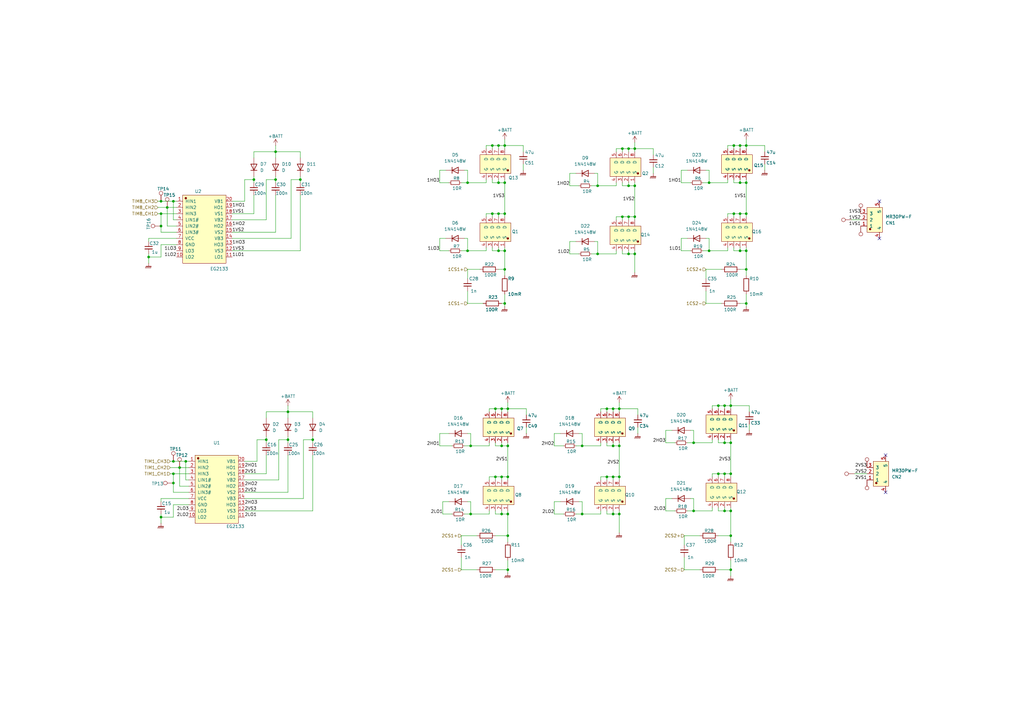
<source format=kicad_sch>
(kicad_sch (version 20231120) (generator "eeschema") (generator_version "8.0")
  (paper "A3")
  (junction (at 208.28 233.68))
  (junction (at 260.35 60.96))
  (junction (at 299.72 219.71))
  (junction (at 254 210.82))
  (junction (at 118.11 180.34))
  (junction (at 294.64 166.37))
  (junction (at 257.81 76.2))
  (junction (at 303.53 59.69))
  (junction (at 290.83 102.87))
  (junction (at 238.76 182.88))
  (junction (at 205.74 167.64))
  (junction (at 205.74 182.88))
  (junction (at 251.46 167.64))
  (junction (at 76.2 189.23))
  (junction (at 306.07 102.87))
  (junction (at 248.92 195.58))
  (junction (at 290.83 74.93))
  (junction (at 71.12 82.55))
  (junction (at 191.77 102.87))
  (junction (at 254 167.64))
  (junction (at 297.18 181.61))
  (junction (at 245.11 76.2))
  (junction (at 297.18 194.31))
  (junction (at 251.46 210.82))
  (junction (at 207.01 87.63))
  (junction (at 257.81 88.9))
  (junction (at 299.72 166.37))
  (junction (at 191.77 74.93))
  (junction (at 299.72 233.68))
  (junction (at 113.03 73.66))
  (junction (at 208.28 195.58))
  (junction (at 204.47 59.69))
  (junction (at 251.46 195.58))
  (junction (at 306.07 110.49))
  (junction (at 306.07 59.69))
  (junction (at 255.27 88.9))
  (junction (at 66.04 92.71))
  (junction (at 201.93 87.63))
  (junction (at 207.01 102.87))
  (junction (at 201.93 59.69))
  (junction (at 284.48 181.61))
  (junction (at 205.74 210.82))
  (junction (at 208.28 167.64))
  (junction (at 260.35 88.9))
  (junction (at 204.47 102.87))
  (junction (at 303.53 102.87))
  (junction (at 300.99 87.63))
  (junction (at 251.46 182.88))
  (junction (at 205.74 195.58))
  (junction (at 203.2 167.64))
  (junction (at 297.18 209.55))
  (junction (at 208.28 219.71))
  (junction (at 204.47 74.93))
  (junction (at 113.03 62.23))
  (junction (at 257.81 104.14))
  (junction (at 71.12 194.31))
  (junction (at 207.01 74.93))
  (junction (at 303.53 74.93))
  (junction (at 260.35 104.14))
  (junction (at 207.01 110.49))
  (junction (at 303.53 87.63))
  (junction (at 71.12 198.12))
  (junction (at 248.92 167.64))
  (junction (at 294.64 194.31))
  (junction (at 118.11 168.91))
  (junction (at 254 182.88))
  (junction (at 204.47 87.63))
  (junction (at 297.18 166.37))
  (junction (at 208.28 210.82))
  (junction (at 260.35 76.2))
  (junction (at 109.22 180.34))
  (junction (at 299.72 194.31))
  (junction (at 300.99 59.69))
  (junction (at 306.07 124.46))
  (junction (at 71.12 189.23))
  (junction (at 73.66 191.77))
  (junction (at 245.11 104.14))
  (junction (at 255.27 60.96))
  (junction (at 123.19 73.66))
  (junction (at 66.04 212.09))
  (junction (at 257.81 60.96))
  (junction (at 299.72 209.55))
  (junction (at 254 195.58))
  (junction (at 193.04 210.82))
  (junction (at 66.04 87.63))
  (junction (at 104.14 73.66))
  (junction (at 193.04 182.88))
  (junction (at 203.2 195.58))
  (junction (at 306.07 87.63))
  (junction (at 284.48 209.55))
  (junction (at 66.04 82.55))
  (junction (at 128.27 180.34))
  (junction (at 68.58 85.09))
  (junction (at 207.01 59.69))
  (junction (at 208.28 182.88))
  (junction (at 207.01 124.46))
  (junction (at 299.72 181.61))
  (junction (at 306.07 74.93))
  (junction (at 60.96 105.41))
  (junction (at 238.76 210.82))
  (no_connect (at 360.68 82.55))
  (no_connect (at 360.68 97.79))
  (no_connect (at 363.22 186.69))
  (no_connect (at 363.22 201.93))
  (wire (pts (xy 280.67 233.68) (xy 280.67 228.6)))
  (wire (pts (xy 233.68 76.2) (xy 237.49 76.2)))
  (wire (pts (xy 203.2 167.64) (xy 205.74 167.64)))
  (wire (pts (xy 251.46 195.58) (xy 251.46 196.85)))
  (wire (pts (xy 298.45 101.6) (xy 298.45 102.87)))
  (wire (pts (xy 203.2 210.82) (xy 205.74 210.82)))
  (wire (pts (xy 306.07 74.93) (xy 303.53 74.93)))
  (wire (pts (xy 254 210.82) (xy 254 209.55)))
  (wire (pts (xy 109.22 179.07) (xy 109.22 180.34)))
  (wire (pts (xy 207.01 87.63) (xy 207.01 88.9)))
  (wire (pts (xy 201.93 59.69) (xy 201.93 60.96)))
  (wire (pts (xy 252.73 62.23) (xy 252.73 60.96)))
  (wire (pts (xy 105.41 189.23) (xy 100.33 189.23)))
  (wire (pts (xy 191.77 102.87) (xy 199.39 102.87)))
  (wire (pts (xy 299.72 166.37) (xy 299.72 167.64)))
  (wire (pts (xy 104.14 72.39) (xy 104.14 73.66)))
  (wire (pts (xy 205.74 167.64) (xy 208.28 167.64)))
  (wire (pts (xy 292.1 180.34) (xy 292.1 181.61)))
  (wire (pts (xy 191.77 74.93) (xy 199.39 74.93)))
  (wire (pts (xy 237.49 205.74) (xy 238.76 205.74)))
  (wire (pts (xy 200.66 196.85) (xy 200.66 195.58)))
  (wire (pts (xy 72.39 95.25) (xy 66.04 95.25)))
  (wire (pts (xy 300.99 73.66) (xy 300.99 74.93)))
  (wire (pts (xy 123.19 64.77) (xy 123.19 62.23)))
  (wire (pts (xy 297.18 166.37) (xy 297.18 167.64)))
  (wire (pts (xy 180.34 102.87) (xy 184.15 102.87)))
  (wire (pts (xy 289.56 97.79) (xy 290.83 97.79)))
  (wire (pts (xy 208.28 182.88) (xy 208.28 195.58)))
  (wire (pts (xy 114.3 180.34) (xy 114.3 196.85)))
  (wire (pts (xy 255.27 60.96) (xy 255.27 62.23)))
  (wire (pts (xy 246.38 209.55) (xy 246.38 210.82)))
  (wire (pts (xy 246.38 168.91) (xy 246.38 167.64)))
  (wire (pts (xy 254 165.1) (xy 254 167.64)))
  (wire (pts (xy 300.99 102.87) (xy 303.53 102.87)))
  (wire (pts (xy 184.15 177.8) (xy 180.34 177.8)))
  (wire (pts (xy 128.27 171.45) (xy 128.27 168.91)))
  (wire (pts (xy 287.02 219.71) (xy 280.67 219.71)))
  (wire (pts (xy 246.38 167.64) (xy 248.92 167.64)))
  (wire (pts (xy 236.22 210.82) (xy 238.76 210.82)))
  (wire (pts (xy 201.93 73.66) (xy 201.93 74.93)))
  (wire (pts (xy 257.81 60.96) (xy 260.35 60.96)))
  (wire (pts (xy 204.47 102.87) (xy 207.01 102.87)))
  (wire (pts (xy 208.28 167.64) (xy 208.28 168.91)))
  (wire (pts (xy 261.62 175.26) (xy 261.62 177.8)))
  (wire (pts (xy 199.39 59.69) (xy 201.93 59.69)))
  (wire (pts (xy 191.77 69.85) (xy 191.77 74.93)))
  (wire (pts (xy 297.18 194.31) (xy 299.72 194.31)))
  (wire (pts (xy 294.64 219.71) (xy 299.72 219.71)))
  (wire (pts (xy 77.47 201.93) (xy 71.12 201.93)))
  (wire (pts (xy 261.62 170.18) (xy 261.62 167.64)))
  (wire (pts (xy 118.11 168.91) (xy 109.22 168.91)))
  (wire (pts (xy 254 210.82) (xy 254 218.44)))
  (wire (pts (xy 208.28 181.61) (xy 208.28 182.88)))
  (wire (pts (xy 60.96 97.79) (xy 60.96 99.06)))
  (wire (pts (xy 208.28 219.71) (xy 208.28 222.25)))
  (wire (pts (xy 248.92 210.82) (xy 251.46 210.82)))
  (wire (pts (xy 66.04 82.55) (xy 71.12 82.55)))
  (wire (pts (xy 207.01 74.93) (xy 207.01 87.63)))
  (wire (pts (xy 201.93 102.87) (xy 204.47 102.87)))
  (wire (pts (xy 246.38 181.61) (xy 246.38 182.88)))
  (wire (pts (xy 294.64 180.34) (xy 294.64 181.61)))
  (wire (pts (xy 238.76 177.8) (xy 238.76 182.88)))
  (wire (pts (xy 123.19 62.23) (xy 113.03 62.23)))
  (wire (pts (xy 118.11 168.91) (xy 118.11 171.45)))
  (wire (pts (xy 66.04 100.33) (xy 66.04 105.41)))
  (wire (pts (xy 208.28 167.64) (xy 215.9 167.64)))
  (wire (pts (xy 72.39 90.17) (xy 71.12 90.17)))
  (wire (pts (xy 66.04 204.47) (xy 66.04 205.74)))
  (wire (pts (xy 104.14 87.63) (xy 95.25 87.63)))
  (wire (pts (xy 251.46 209.55) (xy 251.46 210.82)))
  (wire (pts (xy 242.57 76.2) (xy 245.11 76.2)))
  (wire (pts (xy 69.85 191.77) (xy 73.66 191.77)))
  (wire (pts (xy 280.67 219.71) (xy 280.67 223.52)))
  (wire (pts (xy 281.94 69.85) (xy 279.4 69.85)))
  (wire (pts (xy 68.58 92.71) (xy 68.58 85.09)))
  (wire (pts (xy 66.04 212.09) (xy 66.04 214.63)))
  (wire (pts (xy 113.03 73.66) (xy 109.22 73.66)))
  (wire (pts (xy 113.03 62.23) (xy 104.14 62.23)))
  (wire (pts (xy 104.14 62.23) (xy 104.14 64.77)))
  (wire (pts (xy 204.47 87.63) (xy 207.01 87.63)))
  (wire (pts (xy 66.04 87.63) (xy 72.39 87.63)))
  (wire (pts (xy 300.99 59.69) (xy 300.99 60.96)))
  (wire (pts (xy 251.46 167.64) (xy 251.46 168.91)))
  (wire (pts (xy 257.81 88.9) (xy 257.81 90.17)))
  (wire (pts (xy 119.38 73.66) (xy 119.38 97.79)))
  (wire (pts (xy 207.01 124.46) (xy 207.01 125.73)))
  (wire (pts (xy 306.07 59.69) (xy 313.69 59.69)))
  (wire (pts (xy 284.48 176.53) (xy 284.48 181.61)))
  (wire (pts (xy 207.01 74.93) (xy 204.47 74.93)))
  (wire (pts (xy 181.61 210.82) (xy 185.42 210.82)))
  (wire (pts (xy 71.12 212.09) (xy 66.04 212.09)))
  (wire (pts (xy 113.03 72.39) (xy 113.03 73.66)))
  (wire (pts (xy 233.68 104.14) (xy 237.49 104.14)))
  (wire (pts (xy 64.77 85.09) (xy 68.58 85.09)))
  (wire (pts (xy 292.1 208.28) (xy 292.1 209.55)))
  (wire (pts (xy 295.91 124.46) (xy 289.56 124.46)))
  (wire (pts (xy 199.39 73.66) (xy 199.39 74.93)))
  (wire (pts (xy 289.56 69.85) (xy 290.83 69.85)))
  (wire (pts (xy 76.2 189.23) (xy 77.47 189.23)))
  (wire (pts (xy 191.77 110.49) (xy 191.77 114.3)))
  (wire (pts (xy 303.53 124.46) (xy 306.07 124.46)))
  (wire (pts (xy 233.68 71.12) (xy 233.68 76.2)))
  (wire (pts (xy 180.34 97.79) (xy 180.34 102.87)))
  (wire (pts (xy 100.33 82.55) (xy 95.25 82.55)))
  (wire (pts (xy 207.01 102.87) (xy 207.01 110.49)))
  (wire (pts (xy 306.07 124.46) (xy 306.07 125.73)))
  (wire (pts (xy 189.23 233.68) (xy 189.23 228.6)))
  (wire (pts (xy 299.72 194.31) (xy 299.72 195.58)))
  (wire (pts (xy 299.72 229.87) (xy 299.72 233.68)))
  (wire (pts (xy 281.94 97.79) (xy 279.4 97.79)))
  (wire (pts (xy 298.45 59.69) (xy 300.99 59.69)))
  (wire (pts (xy 245.11 99.06) (xy 245.11 104.14)))
  (wire (pts (xy 77.47 196.85) (xy 76.2 196.85)))
  (wire (pts (xy 283.21 204.47) (xy 284.48 204.47)))
  (wire (pts (xy 294.64 181.61) (xy 297.18 181.61)))
  (wire (pts (xy 303.53 87.63) (xy 306.07 87.63)))
  (wire (pts (xy 246.38 196.85) (xy 246.38 195.58)))
  (wire (pts (xy 201.93 101.6) (xy 201.93 102.87)))
  (wire (pts (xy 303.53 87.63) (xy 303.53 88.9)))
  (wire (pts (xy 290.83 69.85) (xy 290.83 74.93)))
  (wire (pts (xy 105.41 180.34) (xy 105.41 189.23)))
  (wire (pts (xy 284.48 209.55) (xy 292.1 209.55)))
  (wire (pts (xy 203.2 167.64) (xy 203.2 168.91)))
  (wire (pts (xy 300.99 87.63) (xy 300.99 88.9)))
  (wire (pts (xy 299.72 219.71) (xy 299.72 222.25)))
  (wire (pts (xy 66.04 92.71) (xy 66.04 87.63)))
  (wire (pts (xy 69.85 194.31) (xy 71.12 194.31)))
  (wire (pts (xy 208.28 165.1) (xy 208.28 167.64)))
  (wire (pts (xy 207.01 59.69) (xy 214.63 59.69)))
  (wire (pts (xy 181.61 205.74) (xy 181.61 210.82)))
  (wire (pts (xy 297.18 194.31) (xy 297.18 195.58)))
  (wire (pts (xy 203.2 195.58) (xy 203.2 196.85)))
  (wire (pts (xy 71.12 194.31) (xy 77.47 194.31)))
  (wire (pts (xy 306.07 59.69) (xy 306.07 60.96)))
  (wire (pts (xy 283.21 176.53) (xy 284.48 176.53)))
  (wire (pts (xy 281.94 181.61) (xy 284.48 181.61)))
  (wire (pts (xy 204.47 74.93) (xy 204.47 73.66)))
  (wire (pts (xy 189.23 102.87) (xy 191.77 102.87)))
  (wire (pts (xy 118.11 179.07) (xy 118.11 180.34)))
  (wire (pts (xy 123.19 80.01) (xy 123.19 102.87)))
  (wire (pts (xy 260.35 104.14) (xy 260.35 102.87)))
  (wire (pts (xy 248.92 195.58) (xy 248.92 196.85)))
  (wire (pts (xy 300.99 101.6) (xy 300.99 102.87)))
  (wire (pts (xy 208.28 195.58) (xy 208.28 196.85)))
  (wire (pts (xy 238.76 205.74) (xy 238.76 210.82)))
  (wire (pts (xy 251.46 195.58) (xy 254 195.58)))
  (wire (pts (xy 204.47 110.49) (xy 207.01 110.49)))
  (wire (pts (xy 299.72 180.34) (xy 299.72 181.61)))
  (wire (pts (xy 195.58 219.71) (xy 189.23 219.71)))
  (wire (pts (xy 306.07 102.87) (xy 306.07 110.49)))
  (wire (pts (xy 254 195.58) (xy 254 196.85)))
  (wire (pts (xy 252.73 90.17) (xy 252.73 88.9)))
  (wire (pts (xy 199.39 60.96) (xy 199.39 59.69)))
  (wire (pts (xy 128.27 209.55) (xy 100.33 209.55)))
  (wire (pts (xy 306.07 74.93) (xy 306.07 87.63)))
  (wire (pts (xy 201.93 87.63) (xy 201.93 88.9)))
  (wire (pts (xy 109.22 186.69) (xy 109.22 194.31)))
  (wire (pts (xy 193.04 210.82) (xy 200.66 210.82)))
  (wire (pts (xy 104.14 73.66) (xy 100.33 73.66)))
  (wire (pts (xy 201.93 74.93) (xy 204.47 74.93)))
  (wire (pts (xy 204.47 101.6) (xy 204.47 102.87)))
  (wire (pts (xy 281.94 209.55) (xy 284.48 209.55)))
  (wire (pts (xy 298.45 73.66) (xy 298.45 74.93)))
  (wire (pts (xy 273.05 209.55) (xy 276.86 209.55)))
  (wire (pts (xy 273.05 176.53) (xy 273.05 181.61)))
  (wire (pts (xy 190.5 97.79) (xy 191.77 97.79)))
  (wire (pts (xy 257.81 88.9) (xy 260.35 88.9)))
  (wire (pts (xy 113.03 62.23) (xy 113.03 64.77)))
  (wire (pts (xy 233.68 99.06) (xy 233.68 104.14)))
  (wire (pts (xy 290.83 74.93) (xy 298.45 74.93)))
  (wire (pts (xy 203.2 182.88) (xy 205.74 182.88)))
  (wire (pts (xy 298.45 88.9) (xy 298.45 87.63)))
  (wire (pts (xy 77.47 199.39) (xy 73.66 199.39)))
  (wire (pts (xy 257.81 102.87) (xy 257.81 104.14)))
  (wire (pts (xy 279.4 102.87) (xy 283.21 102.87)))
  (wire (pts (xy 72.39 92.71) (xy 68.58 92.71)))
  (wire (pts (xy 294.64 166.37) (xy 294.64 167.64)))
  (wire (pts (xy 113.03 80.01) (xy 113.03 95.25)))
  (wire (pts (xy 208.28 210.82) (xy 208.28 219.71)))
  (wire (pts (xy 255.27 88.9) (xy 255.27 90.17)))
  (wire (pts (xy 207.01 73.66) (xy 207.01 74.93)))
  (wire (pts (xy 113.03 59.69) (xy 113.03 62.23)))
  (wire (pts (xy 288.29 74.93) (xy 290.83 74.93)))
  (wire (pts (xy 260.35 88.9) (xy 260.35 90.17)))
  (wire (pts (xy 190.5 182.88) (xy 193.04 182.88)))
  (wire (pts (xy 298.45 60.96) (xy 298.45 59.69)))
  (wire (pts (xy 260.35 104.14) (xy 260.35 111.76)))
  (wire (pts (xy 254 182.88) (xy 251.46 182.88)))
  (wire (pts (xy 205.74 195.58) (xy 205.74 196.85)))
  (wire (pts (xy 203.2 181.61) (xy 203.2 182.88)))
  (wire (pts (xy 180.34 182.88) (xy 185.42 182.88)))
  (wire (pts (xy 71.12 82.55) (xy 72.39 82.55)))
  (wire (pts (xy 313.69 62.23) (xy 313.69 59.69)))
  (wire (pts (xy 66.04 105.41) (xy 60.96 105.41)))
  (wire (pts (xy 72.39 97.79) (xy 60.96 97.79)))
  (wire (pts (xy 299.72 181.61) (xy 299.72 194.31)))
  (wire (pts (xy 299.72 209.55) (xy 299.72 208.28)))
  (wire (pts (xy 180.34 177.8) (xy 180.34 182.88)))
  (wire (pts (xy 299.72 233.68) (xy 299.72 236.22)))
  (wire (pts (xy 299.72 181.61) (xy 297.18 181.61)))
  (wire (pts (xy 300.99 59.69) (xy 303.53 59.69)))
  (wire (pts (xy 193.04 182.88) (xy 200.66 182.88)))
  (wire (pts (xy 306.07 73.66) (xy 306.07 74.93)))
  (wire (pts (xy 284.48 181.61) (xy 292.1 181.61)))
  (wire (pts (xy 199.39 101.6) (xy 199.39 102.87)))
  (wire (pts (xy 254 181.61) (xy 254 182.88)))
  (wire (pts (xy 248.92 209.55) (xy 248.92 210.82)))
  (wire (pts (xy 243.84 71.12) (xy 245.11 71.12)))
  (wire (pts (xy 68.58 85.09) (xy 72.39 85.09)))
  (wire (pts (xy 245.11 104.14) (xy 252.73 104.14)))
  (wire (pts (xy 60.96 104.14) (xy 60.96 105.41)))
  (wire (pts (xy 191.77 205.74) (xy 193.04 205.74)))
  (wire (pts (xy 255.27 104.14) (xy 257.81 104.14)))
  (wire (pts (xy 71.12 90.17) (xy 71.12 82.55)))
  (wire (pts (xy 191.77 177.8) (xy 193.04 177.8)))
  (wire (pts (xy 190.5 69.85) (xy 191.77 69.85)))
  (wire (pts (xy 227.33 205.74) (xy 227.33 210.82)))
  (wire (pts (xy 299.72 209.55) (xy 299.72 219.71)))
  (wire (pts (xy 260.35 58.42) (xy 260.35 60.96)))
  (wire (pts (xy 196.85 110.49) (xy 191.77 110.49)))
  (wire (pts (xy 204.47 87.63) (xy 204.47 88.9)))
  (wire (pts (xy 104.14 73.66) (xy 104.14 74.93)))
  (wire (pts (xy 299.72 166.37) (xy 307.34 166.37)))
  (wire (pts (xy 257.81 76.2) (xy 257.81 74.93)))
  (wire (pts (xy 118.11 186.69) (xy 118.11 201.93)))
  (wire (pts (xy 303.53 102.87) (xy 306.07 102.87)))
  (wire (pts (xy 204.47 59.69) (xy 204.47 60.96)))
  (wire (pts (xy 306.07 57.15) (xy 306.07 59.69)))
  (wire (pts (xy 109.22 180.34) (xy 109.22 181.61)))
  (wire (pts (xy 128.27 168.91) (xy 118.11 168.91)))
  (wire (pts (xy 205.74 124.46) (xy 207.01 124.46)))
  (wire (pts (xy 294.64 233.68) (xy 299.72 233.68)))
  (wire (pts (xy 193.04 177.8) (xy 193.04 182.88)))
  (wire (pts (xy 195.58 233.68) (xy 189.23 233.68)))
  (wire (pts (xy 255.27 74.93) (xy 255.27 76.2)))
  (wire (pts (xy 289.56 124.46) (xy 289.56 119.38)))
  (wire (pts (xy 255.27 60.96) (xy 257.81 60.96)))
  (wire (pts (xy 205.74 209.55) (xy 205.74 210.82)))
  (wire (pts (xy 199.39 87.63) (xy 201.93 87.63)))
  (wire (pts (xy 290.83 102.87) (xy 298.45 102.87)))
  (wire (pts (xy 203.2 233.68) (xy 208.28 233.68)))
  (wire (pts (xy 260.35 76.2) (xy 257.81 76.2)))
  (wire (pts (xy 248.92 182.88) (xy 251.46 182.88)))
  (wire (pts (xy 208.28 182.88) (xy 205.74 182.88)))
  (wire (pts (xy 205.74 167.64) (xy 205.74 168.91)))
  (wire (pts (xy 246.38 195.58) (xy 248.92 195.58)))
  (wire (pts (xy 255.27 102.87) (xy 255.27 104.14)))
  (wire (pts (xy 182.88 97.79) (xy 180.34 97.79)))
  (wire (pts (xy 73.66 199.39) (xy 73.66 191.77)))
  (wire (pts (xy 200.66 181.61) (xy 200.66 182.88)))
  (wire (pts (xy 307.34 168.91) (xy 307.34 166.37)))
  (wire (pts (xy 190.5 210.82) (xy 193.04 210.82)))
  (wire (pts (xy 273.05 204.47) (xy 273.05 209.55)))
  (wire (pts (xy 60.96 105.41) (xy 60.96 107.95)))
  (wire (pts (xy 303.53 59.69) (xy 303.53 60.96)))
  (wire (pts (xy 109.22 194.31) (xy 100.33 194.31)))
  (wire (pts (xy 123.19 73.66) (xy 119.38 73.66)))
  (wire (pts (xy 306.07 87.63) (xy 306.07 88.9)))
  (wire (pts (xy 207.01 102.87) (xy 207.01 101.6)))
  (wire (pts (xy 95.25 97.79) (xy 119.38 97.79)))
  (wire (pts (xy 201.93 59.69) (xy 204.47 59.69)))
  (wire (pts (xy 294.64 194.31) (xy 294.64 195.58)))
  (wire (pts (xy 205.74 182.88) (xy 205.74 181.61)))
  (wire (pts (xy 306.07 102.87) (xy 306.07 101.6)))
  (wire (pts (xy 227.33 210.82) (xy 231.14 210.82)))
  (wire (pts (xy 109.22 180.34) (xy 105.41 180.34)))
  (wire (pts (xy 279.4 69.85) (xy 279.4 74.93)))
  (wire (pts (xy 297.18 208.28) (xy 297.18 209.55)))
  (wire (pts (xy 248.92 181.61) (xy 248.92 182.88)))
  (wire (pts (xy 118.11 180.34) (xy 114.3 180.34)))
  (wire (pts (xy 245.11 71.12) (xy 245.11 76.2)))
  (wire (pts (xy 207.01 120.65) (xy 207.01 124.46)))
  (wire (pts (xy 128.27 180.34) (xy 128.27 181.61)))
  (wire (pts (xy 214.63 62.23) (xy 214.63 59.69)))
  (wire (pts (xy 229.87 205.74) (xy 227.33 205.74)))
  (wire (pts (xy 260.35 74.93) (xy 260.35 76.2)))
  (wire (pts (xy 71.12 189.23) (xy 76.2 189.23)))
  (wire (pts (xy 203.2 195.58) (xy 205.74 195.58)))
  (wire (pts (xy 199.39 88.9) (xy 199.39 87.63)))
  (wire (pts (xy 252.73 102.87) (xy 252.73 104.14)))
  (wire (pts (xy 100.33 204.47) (xy 124.46 204.47)))
  (wire (pts (xy 287.02 233.68) (xy 280.67 233.68)))
  (wire (pts (xy 64.77 87.63) (xy 66.04 87.63)))
  (wire (pts (xy 236.22 71.12) (xy 233.68 71.12)))
  (wire (pts (xy 76.2 196.85) (xy 76.2 189.23)))
  (wire (pts (xy 208.28 233.68) (xy 208.28 234.95)))
  (wire (pts (xy 267.97 63.5) (xy 267.97 60.96)))
  (wire (pts (xy 292.1 195.58) (xy 292.1 194.31)))
  (wire (pts (xy 254 167.64) (xy 254 168.91)))
  (wire (pts (xy 214.63 67.31) (xy 214.63 69.85)))
  (wire (pts (xy 198.12 124.46) (xy 191.77 124.46)))
  (wire (pts (xy 349.25 90.17) (xy 353.06 90.17)))
  (wire (pts (xy 204.47 59.69) (xy 207.01 59.69)))
  (wire (pts (xy 215.9 175.26) (xy 215.9 177.8)))
  (wire (pts (xy 237.49 177.8) (xy 238.76 177.8)))
  (wire (pts (xy 109.22 73.66) (xy 109.22 90.17)))
  (wire (pts (xy 227.33 182.88) (xy 231.14 182.88)))
  (wire (pts (xy 109.22 168.91) (xy 109.22 171.45)))
  (wire (pts (xy 254 167.64) (xy 261.62 167.64)))
  (wire (pts (xy 238.76 210.82) (xy 246.38 210.82)))
  (wire (pts (xy 227.33 177.8) (xy 227.33 182.88)))
  (wire (pts (xy 207.01 110.49) (xy 207.01 113.03)))
  (wire (pts (xy 104.14 80.01) (xy 104.14 87.63)))
  (wire (pts (xy 251.46 167.64) (xy 254 167.64)))
  (wire (pts (xy 292.1 194.31) (xy 294.64 194.31)))
  (wire (pts (xy 203.2 209.55) (xy 203.2 210.82)))
  (wire (pts (xy 245.11 76.2) (xy 252.73 76.2)))
  (wire (pts (xy 257.81 104.14) (xy 260.35 104.14)))
  (wire (pts (xy 254 182.88) (xy 254 195.58)))
  (wire (pts (xy 236.22 182.88) (xy 238.76 182.88)))
  (wire (pts (xy 295.91 110.49) (xy 289.56 110.49)))
  (wire (pts (xy 208.28 210.82) (xy 208.28 209.55)))
  (wire (pts (xy 260.35 76.2) (xy 260.35 88.9)))
  (wire (pts (xy 306.07 110.49) (xy 306.07 113.03)))
  (wire (pts (xy 307.34 173.99) (xy 307.34 176.53)))
  (wire (pts (xy 66.04 95.25) (xy 66.04 92.71)))
  (wire (pts (xy 207.01 59.69) (xy 207.01 60.96)))
  (wire (pts (xy 294.64 208.28) (xy 294.64 209.55)))
  (wire (pts (xy 180.34 69.85) (xy 180.34 74.93)))
  (wire (pts (xy 66.04 210.82) (xy 66.04 212.09)))
  (wire (pts (xy 182.88 69.85) (xy 180.34 69.85)))
  (wire (pts (xy 113.03 73.66) (xy 113.03 74.93)))
  (wire (pts (xy 248.92 167.64) (xy 248.92 168.91)))
  (wire (pts (xy 128.27 180.34) (xy 124.46 180.34)))
  (wire (pts (xy 118.11 166.37) (xy 118.11 168.91)))
  (wire (pts (xy 350.52 194.31) (xy 355.6 194.31)))
  (wire (pts (xy 260.35 60.96) (xy 260.35 62.23)))
  (wire (pts (xy 248.92 195.58) (xy 251.46 195.58)))
  (wire (pts (xy 289.56 110.49) (xy 289.56 114.3)))
  (wire (pts (xy 297.18 166.37) (xy 299.72 166.37)))
  (wire (pts (xy 113.03 95.25) (xy 95.25 95.25)))
  (wire (pts (xy 180.34 74.93) (xy 184.15 74.93)))
  (wire (pts (xy 200.66 195.58) (xy 203.2 195.58)))
  (wire (pts (xy 267.97 68.58) (xy 267.97 71.12)))
  (wire (pts (xy 191.77 97.79) (xy 191.77 102.87)))
  (wire (pts (xy 297.18 209.55) (xy 299.72 209.55)))
  (wire (pts (xy 184.15 205.74) (xy 181.61 205.74)))
  (wire (pts (xy 290.83 97.79) (xy 290.83 102.87)))
  (wire (pts (xy 279.4 97.79) (xy 279.4 102.87)))
  (wire (pts (xy 208.28 229.87) (xy 208.28 233.68)))
  (wire (pts (xy 255.27 88.9) (xy 257.81 88.9)))
  (wire (pts (xy 205.74 210.82) (xy 208.28 210.82)))
  (wire (pts (xy 200.66 168.91) (xy 200.66 167.64)))
  (wire (pts (xy 292.1 166.37) (xy 294.64 166.37)))
  (wire (pts (xy 303.53 74.93) (xy 303.53 73.66)))
  (wire (pts (xy 303.53 101.6) (xy 303.53 102.87)))
  (wire (pts (xy 72.39 100.33) (xy 66.04 100.33)))
  (wire (pts (xy 77.47 207.01) (xy 71.12 207.01)))
  (wire (pts (xy 189.23 219.71) (xy 189.23 223.52)))
  (wire (pts (xy 275.59 176.53) (xy 273.05 176.53)))
  (wire (pts (xy 288.29 102.87) (xy 290.83 102.87)))
  (wire (pts (xy 109.22 90.17) (xy 95.25 90.17)))
  (wire (pts (xy 294.64 194.31) (xy 297.18 194.31)))
  (wire (pts (xy 303.53 110.49) (xy 306.07 110.49)))
  (wire (pts (xy 71.12 207.01) (xy 71.12 212.09)))
  (wire (pts (xy 215.9 170.18) (xy 215.9 167.64)))
  (wire (pts (xy 124.46 180.34) (xy 124.46 204.47)))
  (wire (pts (xy 313.69 67.31) (xy 313.69 69.85)))
  (wire (pts (xy 118.11 201.93) (xy 100.33 201.93)))
  (wire (pts (xy 252.73 74.93) (xy 252.73 76.2)))
  (wire (pts (xy 251.46 210.82) (xy 254 210.82)))
  (wire (pts (xy 243.84 99.06) (xy 245.11 99.06)))
  (wire (pts (xy 292.1 167.64) (xy 292.1 166.37)))
  (wire (pts (xy 118.11 180.34) (xy 118.11 181.61)))
  (wire (pts (xy 299.72 163.83) (xy 299.72 166.37)))
  (wire (pts (xy 73.66 191.77) (xy 77.47 191.77)))
  (wire (pts (xy 257.81 60.96) (xy 257.81 62.23)))
  (wire (pts (xy 123.19 73.66) (xy 123.19 74.93)))
  (wire (pts (xy 201.93 87.63) (xy 204.47 87.63)))
  (wire (pts (xy 303.53 59.69) (xy 306.07 59.69)))
  (wire (pts (xy 306.07 120.65) (xy 306.07 124.46)))
  (wire (pts (xy 300.99 74.93) (xy 303.53 74.93)))
  (wire (pts (xy 114.3 196.85) (xy 100.33 196.85)))
  (wire (pts (xy 238.76 182.88) (xy 246.38 182.88)))
  (wire (pts (xy 193.04 205.74) (xy 193.04 210.82)))
  (wire (pts (xy 200.66 167.64) (xy 203.2 167.64)))
  (wire (pts (xy 294.64 166.37) (xy 297.18 166.37)))
  (wire (pts (xy 128.27 186.69) (xy 128.27 209.55)))
  (wire (pts (xy 71.12 201.93) (xy 71.12 198.12)))
  (wire (pts (xy 236.22 99.06) (xy 233.68 99.06)))
  (wire (pts (xy 300.99 87.63) (xy 303.53 87.63)))
  (wire (pts (xy 284.48 204.47) (xy 284.48 209.55)))
  (wire (pts (xy 203.2 219.71) (xy 208.28 219.71)))
  (wire (pts (xy 298.45 87.63) (xy 300.99 87.63)))
  (wire (pts (xy 273.05 181.61) (xy 276.86 181.61)))
  (wire (pts (xy 123.19 72.39) (xy 123.19 73.66)))
  (wire (pts (xy 100.33 73.66) (xy 100.33 82.55)))
  (wire (pts (xy 207.01 57.15) (xy 207.01 59.69)))
  (wire (pts (xy 252.73 60.96) (xy 255.27 60.96)))
  (wire (pts (xy 275.59 204.47) (xy 273.05 204.47)))
  (wire (pts (xy 205.74 195.58) (xy 208.28 195.58)))
  (wire (pts (xy 255.27 76.2) (xy 257.81 76.2)))
  (wire (pts (xy 69.85 189.23) (xy 71.12 189.23)))
  (wire (pts (xy 297.18 181.61) (xy 297.18 180.34)))
  (wire (pts (xy 294.64 209.55) (xy 297.18 209.55)))
  (wire (pts (xy 71.12 198.12) (xy 71.12 194.31)))
  (wire (pts (xy 77.47 204.47) (xy 66.04 204.47)))
  (wire (pts (xy 242.57 104.14) (xy 245.11 104.14)))
  (wire (pts (xy 251.46 182.88) (xy 251.46 181.61)))
  (wire (pts (xy 64.77 82.55) (xy 66.04 82.55)))
  (wire (pts (xy 260.35 60.96) (xy 267.97 60.96)))
  (wire (pts (xy 128.27 179.07) (xy 128.27 180.34)))
  (wire (pts (xy 279.4 74.93) (xy 283.21 74.93)))
  (wire (pts (xy 252.73 88.9) (xy 255.27 88.9)))
  (wire (pts (xy 123.19 102.87) (xy 95.25 102.87)))
  (wire (pts (xy 200.66 209.55) (xy 200.66 210.82)))
  (wire (pts (xy 248.92 167.64) (xy 251.46 167.64)))
  (wire (pts (xy 189.23 74.93) (xy 191.77 74.93)))
  (wire (pts (xy 191.77 124.46) (xy 191.77 119.38)))
  (wire (pts (xy 229.87 177.8) (xy 227.33 177.8)))
  (label "2VS1" (at 100.33 194.31 0))
  (label "1HO2" (at 233.68 76.2 180))
  (label "2VS1" (at 208.28 189.23 180))
  (label "2LO2" (at 77.47 212.09 180))
  (label "2LO3" (at 273.05 209.55 180))
  (label "1VS1" (at 95.25 87.63 0))
  (label "2VS2" (at 254 190.5 180))
  (label "1VS1" (at 353.06 92.71 180))
  (label "2VS3" (at 100.33 209.55 0))
  (label "1HO1" (at 95.25 85.09 0))
  (label "1HO1" (at 279.4 74.93 180))
  (label "1VS3" (at 353.06 87.63 180))
  (label "1LO1" (at 279.4 102.87 180))
  (label "2HO2" (at 227.33 182.88 180))
  (label "1HO3" (at 180.34 74.93 180))
  (label "2HO1" (at 100.33 191.77 0))
  (label "2LO2" (at 227.33 210.82 180))
  (label "2LO1" (at 100.33 212.09 0))
  (label "1VS3" (at 95.25 102.87 0))
  (label "1LO1" (at 95.25 105.41 0))
  (label "1LO2" (at 72.39 105.41 180))
  (label "2LO3" (at 77.47 209.55 180))
  (label "1VS2" (at 95.25 95.25 0))
  (label "1HO2" (at 95.25 92.71 0))
  (label "2HO3" (at 100.33 207.01 0))
  (label "1LO3" (at 180.34 102.87 180))
  (label "1VS1" (at 306.07 81.28 180))
  (label "1VS2" (at 353.06 90.17 180))
  (label "1LO2" (at 233.68 104.14 180))
  (label "2VS3" (at 355.6 191.77 180))
  (label "1VS2" (at 260.35 82.55 180))
  (label "2LO1" (at 181.61 210.82 180))
  (label "2VS2" (at 100.33 201.93 0))
  (label "2HO2" (at 100.33 199.39 0))
  (label "2VS2" (at 355.6 194.31 180))
  (label "2VS3" (at 299.72 189.23 180))
  (label "2HO3" (at 273.05 181.61 180))
  (label "2VS1" (at 355.6 196.85 180))
  (label "2HO1" (at 180.34 182.88 180))
  (label "1VS3" (at 207.01 81.28 180))
  (label "1HO3" (at 95.25 100.33 0))
  (label "1LO3" (at 72.39 102.87 180))
  (hierarchical_label "TIM8_CH3" (shape input) (at 64.77 82.55 180))
  (hierarchical_label "2CS1+" (shape input) (at 189.23 219.71 180))
  (hierarchical_label "2CS2-" (shape input) (at 280.67 233.68 180))
  (hierarchical_label "1CS1+" (shape input) (at 191.77 110.49 180))
  (hierarchical_label "TIM1_CH2" (shape input) (at 69.85 191.77 180))
  (hierarchical_label "2CS1-" (shape input) (at 189.23 233.68 180))
  (hierarchical_label "TIM8_CH2" (shape input) (at 64.77 85.09 180))
  (hierarchical_label "1CS2-" (shape input) (at 289.56 124.46 180))
  (hierarchical_label "1CS1-" (shape input) (at 191.77 124.46 180))
  (hierarchical_label "2CS2+" (shape input) (at 280.67 219.71 180))
  (hierarchical_label "TIM1_CH1" (shape input) (at 69.85 194.31 180))
  (hierarchical_label "TIM1_CH3" (shape input) (at 69.85 189.23 180))
  (hierarchical_label "TIM8_CH1" (shape input) (at 64.77 87.63 180))
  (hierarchical_label "1CS2+" (shape input) (at 289.56 110.49 180))
  (symbol (lib_id "Device:C_Small") (at 214.63 64.77 0) (mirror x) (unit 1)
    (property "Reference" "C51" (at 217.17 66.802 0))
    (property "Value" "47u" (at 217.17 62.484 0))
    (property "Footprint" "Capacitor_SMD:C_1206_3216Metric_Pad1.33x1.80mm_HandSolder" (effects (hide yes)))
    (property "Description" "Unpolarized capacitor, small symbol" (effects (hide yes)))
  )
  (symbol (lib_id "power:+BATT") (at 113.03 59.69 0) (unit 1)
    (property "Reference" "#PWR019" (effects (hide yes)))
    (property "Value" "+BATT" (at 113.03 55.88 0))
    (property "Description" "Power symbol creates a global label with name \"+BATT\"" (effects (hide yes)))
  )
  (symbol (lib_id "Device:R") (at 201.93 124.46 270) (unit 1)
    (property "Reference" "R23" (at 202.184 121.92 90))
    (property "Value" "100R" (at 201.676 127 90))
    (property "Footprint" "Resistor_SMD:R_0603_1608Metric_Pad0.98x0.95mm_HandSolder" (effects (hide yes)))
  )
  (symbol (lib_id "bldcDriver:EMB09N03V") (at 256.54 96.52 270) (mirror x) (unit 1)
    (property "Reference" "Q14" (at 264.668 96.266 90))
    (property "Value" "EMB09N03V" (effects (hide yes)))
    (property "Footprint" "balancerDriver:POWERTDFN-8_L3.1-W3.1-P0.65-LS3.3-BL" (effects (hide yes)))
    (property "Datasheet" "http://www.szlcsc.com/product/details_466504.html" (effects (hide yes)))
    (property "Description" "C461957" (effects (hide yes)))
    (property "uuid" "std:de0ac5e8676e401a8425019b2d90a718" (effects (hide yes)))
  )
  (symbol (lib_id "bldcDriver:EMB09N03V") (at 203.2 67.31 270) (mirror x) (unit 1)
    (property "Reference" "Q13" (at 210.566 72.898 90))
    (property "Value" "EMB09N03V" (effects (hide yes)))
    (property "Footprint" "balancerDriver:POWERTDFN-8_L3.1-W3.1-P0.65-LS3.3-BL" (effects (hide yes)))
    (property "Datasheet" "http://www.szlcsc.com/product/details_466504.html" (effects (hide yes)))
    (property "Description" "C461957" (effects (hide yes)))
    (property "uuid" "std:de0ac5e8676e401a8425019b2d90a718" (effects (hide yes)))
  )
  (symbol (lib_id "bldcDriver:EMB09N03V") (at 302.26 95.25 270) (mirror x) (unit 1)
    (property "Reference" "Q16" (at 310.388 94.996 90))
    (property "Value" "EMB09N03V" (effects (hide yes)))
    (property "Footprint" "balancerDriver:POWERTDFN-8_L3.1-W3.1-P0.65-LS3.3-BL" (effects (hide yes)))
    (property "Datasheet" "http://www.szlcsc.com/product/details_466504.html" (effects (hide yes)))
    (property "Description" "C461957" (effects (hide yes)))
    (property "uuid" "std:de0ac5e8676e401a8425019b2d90a718" (effects (hide yes)))
  )
  (symbol (lib_id "Device:R_Small") (at 233.68 182.88 90) (unit 1)
    (property "Reference" "R15" (at 234.188 181.102 90))
    (property "Value" "10R" (at 234.442 185.166 90))
    (property "Footprint" "Resistor_SMD:R_0603_1608Metric_Pad0.98x0.95mm_HandSolder" (effects (hide yes)))
    (property "Description" "Resistor, small symbol" (effects (hide yes)))
  )
  (symbol (lib_id "bldcDriver:EMB09N03V") (at 250.19 175.26 270) (mirror x) (unit 1)
    (property "Reference" "Q9" (at 259.08 175.768 90))
    (property "Value" "EMB09N03V" (effects (hide yes)))
    (property "Footprint" "balancerDriver:POWERTDFN-8_L3.1-W3.1-P0.65-LS3.3-BL" (effects (hide yes)))
    (property "Datasheet" "http://www.szlcsc.com/product/details_466504.html" (effects (hide yes)))
    (property "Description" "C461957" (effects (hide yes)))
    (property "uuid" "std:de0ac5e8676e401a8425019b2d90a718" (effects (hide yes)))
  )
  (symbol (lib_id "power:+BATT") (at 254 165.1 0) (unit 1)
    (property "Reference" "#PWR029" (effects (hide yes)))
    (property "Value" "+BATT" (at 254 161.29 0))
    (property "Description" "Power symbol creates a global label with name \"+BATT\"" (effects (hide yes)))
  )
  (symbol (lib_id "power:GNDPWR") (at 60.96 107.95 0) (unit 1)
    (property "Reference" "#PWR015" (effects (hide yes)))
    (property "Value" "GNDPWR" (effects (hide yes)))
    (property "Description" "Power symbol creates a global label with name \"GNDPWR\" , global ground" (effects (hide yes)))
  )
  (symbol (lib_id "bldcDriver:EG2133_C405330") (at 88.9 200.66 0) (unit 1)
    (property "Reference" "U1" (at 88.9 181.61 0))
    (property "Value" "EG2133" (at 96.52 215.9 0))
    (property "Footprint" "balancerDriver:eg2133" (effects (hide yes)))
    (property "Datasheet" "http://www.szlcsc.com/product/details_393111.html" (effects (hide yes)))
    (property "Description" "C405330" (effects (hide yes)))
    (property "uuid" "std:3808d6c0c75c4173bf61d7fb06962ec9" (effects (hide yes)))
  )
  (symbol (lib_id "power:GNDPWR") (at 261.62 177.8 0) (unit 1)
    (property "Reference" "#PWR052" (effects (hide yes)))
    (property "Value" "GNDPWR" (effects (hide yes)))
    (property "Description" "Power symbol creates a global label with name \"GNDPWR\" , global ground" (effects (hide yes)))
  )
  (symbol (lib_id "Diode:1N4148W") (at 233.68 205.74 0) (unit 1)
    (property "Reference" "D19" (at 233.68 199.39 0))
    (property "Value" "1N4148W" (at 233.68 201.93 0))
    (property "Footprint" "Diode_SMD:D_SOD-123" (effects (hide yes)))
    (property "Datasheet" "https://www.vishay.com/docs/85748/1n4148w.pdf" (effects (hide yes)))
    (property "Description" "75V 0.15A Fast Switching Diode, SOD-123" (effects (hide yes)))
    (property "Sim.Device" "D" (effects (hide yes)))
    (property "Sim.Pins" "1=K 2=A" (effects (hide yes)))
  )
  (symbol (lib_id "Device:C_Small") (at 66.04 208.28 0) (unit 1)
    (property "Reference" "C15" (at 68.326 206.502 0))
    (property "Value" "1u" (at 68.58 210.058 0))
    (property "Footprint" "Capacitor_SMD:C_0603_1608Metric_Pad1.08x0.95mm_HandSolder" (effects (hide yes)))
    (property "Description" "Unpolarized capacitor, small symbol" (effects (hide yes)))
  )
  (symbol (lib_id "power:+BATT") (at 207.01 57.15 0) (unit 1)
    (property "Reference" "#PWR021" (effects (hide yes)))
    (property "Value" "+BATT" (at 207.01 53.34 0))
    (property "Description" "Power symbol creates a global label with name \"+BATT\"" (effects (hide yes)))
  )
  (symbol (lib_id "Device:R_Small") (at 279.4 181.61 90) (unit 1)
    (property "Reference" "R17" (at 279.908 179.832 90))
    (property "Value" "10R" (at 280.162 183.896 90))
    (property "Footprint" "Resistor_SMD:R_0603_1608Metric_Pad0.98x0.95mm_HandSolder" (effects (hide yes)))
    (property "Description" "Resistor, small symbol" (effects (hide yes)))
  )
  (symbol (lib_id "kicadLib:MR30PW-F") (at 356.87 90.17 0) (mirror x) (unit 1)
    (property "Reference" "CN1" (at 363.22 91.4401 0) (effects (justify left)))
    (property "Value" "MR30PW-F" (at 363.22 88.9001 0) (effects (justify left)))
    (property "Footprint" "balancerDriver:CONN-SMD_3P-P1.00_BX-SH1.0-3PWT" (effects (hide yes)))
    (property "Description" "C2928110" (effects (hide yes)))
    (property "uuid" "std:e8657d6fd0094d2ca2b8b7683e751094" (effects (hide yes)))
  )
  (symbol (lib_id "Diode:1N4148W") (at 240.03 99.06 0) (unit 1)
    (property "Reference" "D22" (at 240.03 92.71 0))
    (property "Value" "1N4148W" (at 240.03 95.25 0))
    (property "Footprint" "Diode_SMD:D_SOD-123" (effects (hide yes)))
    (property "Datasheet" "https://www.vishay.com/docs/85748/1n4148w.pdf" (effects (hide yes)))
    (property "Description" "75V 0.15A Fast Switching Diode, SOD-123" (effects (hide yes)))
    (property "Sim.Device" "D" (effects (hide yes)))
    (property "Sim.Pins" "1=K 2=A" (effects (hide yes)))
  )
  (symbol (lib_id "Device:D") (at 104.14 68.58 90) (unit 1)
    (property "Reference" "D7" (at 106.68 67.3099 90) (effects (justify right)))
    (property "Value" "D" (at 106.68 69.8499 90) (effects (justify right)))
    (property "Footprint" "balancerDriver:SOD-123FL_L2.7-W1.8-LS3.8-RD" (effects (hide yes)))
    (property "Description" "Diode" (effects (hide yes)))
    (property "Sim.Device" "D" (effects (hide yes)))
    (property "Sim.Pins" "1=K 2=A" (effects (hide yes)))
  )
  (symbol (lib_id "Device:R_Small") (at 279.4 209.55 90) (unit 1)
    (property "Reference" "R18" (at 279.908 207.772 90))
    (property "Value" "10R" (at 280.162 211.836 90))
    (property "Footprint" "Resistor_SMD:R_0603_1608Metric_Pad0.98x0.95mm_HandSolder" (effects (hide yes)))
    (property "Description" "Resistor, small symbol" (effects (hide yes)))
  )
  (symbol (lib_id "Connector:TestPoint") (at 355.6 191.77 0) (unit 1)
    (property "Reference" "TP4" (effects (hide yes)))
    (property "Value" "TestPoint" (effects (hide yes)))
    (property "Footprint" "TestPoint:TestPoint_Pad_1.0x1.0mm" (effects (hide yes)))
    (property "Description" "test point" (effects (hide yes)))
  )
  (symbol (lib_id "Device:R") (at 200.66 110.49 270) (unit 1)
    (property "Reference" "R22" (at 200.66 108.458 90))
    (property "Value" "100R" (at 201.168 112.776 90))
    (property "Footprint" "Resistor_SMD:R_0603_1608Metric_Pad0.98x0.95mm_HandSolder" (effects (hide yes)))
  )
  (symbol (lib_id "Device:R") (at 208.28 226.06 180) (unit 1)
    (property "Reference" "R11" (at 209.55 223.52 0) (effects (justify right)))
    (property "Value" "10mR" (at 209.55 229.87 0) (effects (justify right)))
    (property "Footprint" "Resistor_SMD:R_1206_3216Metric_Pad1.30x1.75mm_HandSolder" (effects (hide yes)))
    (property "Description" "Resistor" (effects (hide yes)))
  )
  (symbol (lib_id "Device:C_Small") (at 307.34 171.45 0) (mirror x) (unit 1)
    (property "Reference" "C33" (at 309.88 173.482 0))
    (property "Value" "47u" (at 309.88 169.164 0))
    (property "Footprint" "Capacitor_SMD:C_1206_3216Metric_Pad1.33x1.80mm_HandSolder" (effects (hide yes)))
    (property "Description" "Unpolarized capacitor, small symbol" (effects (hide yes)))
  )
  (symbol (lib_id "power:GNDPWR") (at 208.28 234.95 0) (unit 1)
    (property "Reference" "#PWR028" (effects (hide yes)))
    (property "Value" "GNDPWR" (effects (hide yes)))
    (property "Description" "Power symbol creates a global label with name \"GNDPWR\" , global ground" (effects (hide yes)))
  )
  (symbol (lib_id "power:GNDPWR") (at 66.04 214.63 0) (unit 1)
    (property "Reference" "#PWR08" (effects (hide yes)))
    (property "Value" "GNDPWR" (effects (hide yes)))
    (property "Description" "Power symbol creates a global label with name \"GNDPWR\" , global ground" (effects (hide yes)))
  )
  (symbol (lib_id "Device:R") (at 290.83 219.71 270) (unit 1)
    (property "Reference" "R28" (at 290.83 217.678 90))
    (property "Value" "100R" (at 291.338 221.996 90))
    (property "Footprint" "Resistor_SMD:R_0603_1608Metric_Pad0.98x0.95mm_HandSolder" (effects (hide yes)))
  )
  (symbol (lib_id "Device:C_Small") (at 118.11 184.15 0) (unit 1)
    (property "Reference" "C25" (at 120.396 182.372 0))
    (property "Value" "100n" (at 120.65 185.928 0))
    (property "Footprint" "Capacitor_SMD:C_0603_1608Metric_Pad1.08x0.95mm_HandSolder" (effects (hide yes)))
    (property "Description" "Unpolarized capacitor, small symbol" (effects (hide yes)))
  )
  (symbol (lib_id "bldcDriver:EG2133_C405330") (at 83.82 93.98 0) (unit 1)
    (property "Reference" "U2" (at 81.28 78.486 0))
    (property "Value" "EG2133" (at 89.916 110.236 0))
    (property "Footprint" "balancerDriver:eg2133" (effects (hide yes)))
    (property "Datasheet" "http://www.szlcsc.com/product/details_393111.html" (effects (hide yes)))
    (property "Description" "C405330" (effects (hide yes)))
    (property "uuid" "std:3808d6c0c75c4173bf61d7fb06962ec9" (effects (hide yes)))
  )
  (symbol (lib_id "power:+BATT") (at 260.35 58.42 0) (unit 1)
    (property "Reference" "#PWR06" (effects (hide yes)))
    (property "Value" "+BATT" (at 260.35 54.61 0))
    (property "Description" "Power symbol creates a global label with name \"+BATT\"" (effects (hide yes)))
  )
  (symbol (lib_id "Device:R_Small") (at 240.03 76.2 90) (unit 1)
    (property "Reference" "R4" (at 240.538 74.422 90))
    (property "Value" "10R" (at 240.792 78.486 90))
    (property "Footprint" "Resistor_SMD:R_0603_1608Metric_Pad0.98x0.95mm_HandSolder" (effects (hide yes)))
    (property "Description" "Resistor, small symbol" (effects (hide yes)))
  )
  (symbol (lib_id "Device:C_Small") (at 104.14 77.47 0) (unit 1)
    (property "Reference" "C29" (at 106.426 75.692 0))
    (property "Value" "100n" (at 106.68 79.248 0))
    (property "Footprint" "Capacitor_SMD:C_0603_1608Metric_Pad1.08x0.95mm_HandSolder" (effects (hide yes)))
    (property "Description" "Unpolarized capacitor, small symbol" (effects (hide yes)))
  )
  (symbol (lib_id "Device:R_Small") (at 285.75 74.93 90) (unit 1)
    (property "Reference" "R6" (at 286.258 73.152 90))
    (property "Value" "10R" (at 286.512 77.216 90))
    (property "Footprint" "Resistor_SMD:R_0603_1608Metric_Pad0.98x0.95mm_HandSolder" (effects (hide yes)))
    (property "Description" "Resistor, small symbol" (effects (hide yes)))
  )
  (symbol (lib_id "Device:C_Small") (at 109.22 184.15 0) (unit 1)
    (property "Reference" "C16" (at 111.506 182.372 0))
    (property "Value" "100n" (at 111.76 185.928 0))
    (property "Footprint" "Capacitor_SMD:C_0603_1608Metric_Pad1.08x0.95mm_HandSolder" (effects (hide yes)))
    (property "Description" "Unpolarized capacitor, small symbol" (effects (hide yes)))
  )
  (symbol (lib_id "Device:R_Small") (at 285.75 102.87 90) (unit 1)
    (property "Reference" "R19" (at 286.258 101.092 90))
    (property "Value" "10R" (at 286.512 105.156 90))
    (property "Footprint" "Resistor_SMD:R_0603_1608Metric_Pad0.98x0.95mm_HandSolder" (effects (hide yes)))
    (property "Description" "Resistor, small symbol" (effects (hide yes)))
  )
  (symbol (lib_id "bldcDriver:EMB09N03V") (at 295.91 201.93 270) (mirror x) (unit 1)
    (property "Reference" "Q12" (at 304.038 201.676 90))
    (property "Value" "EMB09N03V" (effects (hide yes)))
    (property "Footprint" "balancerDriver:POWERTDFN-8_L3.1-W3.1-P0.65-LS3.3-BL" (effects (hide yes)))
    (property "Datasheet" "http://www.szlcsc.com/product/details_466504.html" (effects (hide yes)))
    (property "Description" "C461957" (effects (hide yes)))
    (property "uuid" "std:de0ac5e8676e401a8425019b2d90a718" (effects (hide yes)))
  )
  (symbol (lib_id "bldcDriver:EMB09N03V") (at 302.26 67.31 270) (mirror x) (unit 1)
    (property "Reference" "Q15" (at 311.15 67.818 90))
    (property "Value" "EMB09N03V" (effects (hide yes)))
    (property "Footprint" "balancerDriver:POWERTDFN-8_L3.1-W3.1-P0.65-LS3.3-BL" (effects (hide yes)))
    (property "Datasheet" "http://www.szlcsc.com/product/details_466504.html" (effects (hide yes)))
    (property "Description" "C461957" (effects (hide yes)))
    (property "uuid" "std:de0ac5e8676e401a8425019b2d90a718" (effects (hide yes)))
  )
  (symbol (lib_id "Device:C_Small") (at 189.23 226.06 180) (unit 1)
    (property "Reference" "C36" (at 191.77 223.52 0))
    (property "Value" "1n" (at 191.77 228.6 0))
    (property "Footprint" "Capacitor_SMD:C_0603_1608Metric_Pad1.08x0.95mm_HandSolder" (effects (hide yes)))
  )
  (symbol (lib_id "Connector:TestPoint") (at 350.52 194.31 90) (unit 1)
    (property "Reference" "TP5" (effects (hide yes)))
    (property "Value" "TestPoint" (effects (hide yes)))
    (property "Footprint" "TestPoint:TestPoint_Pad_1.0x1.0mm" (effects (hide yes)))
    (property "Description" "test point" (effects (hide yes)))
  )
  (symbol (lib_id "power:+BATT") (at 299.72 163.83 0) (unit 1)
    (property "Reference" "#PWR031" (effects (hide yes)))
    (property "Value" "+BATT" (at 299.72 160.02 0))
    (property "Description" "Power symbol creates a global label with name \"+BATT\"" (effects (hide yes)))
  )
  (symbol (lib_id "bldcDriver:EMB09N03V") (at 203.2 95.25 270) (mirror x) (unit 1)
    (property "Reference" "Q1" (at 211.328 94.996 90))
    (property "Value" "EMB09N03V" (effects (hide yes)))
    (property "Footprint" "balancerDriver:POWERTDFN-8_L3.1-W3.1-P0.65-LS3.3-BL" (effects (hide yes)))
    (property "Datasheet" "http://www.szlcsc.com/product/details_466504.html" (effects (hide yes)))
    (property "Description" "C461957" (effects (hide yes)))
    (property "uuid" "std:de0ac5e8676e401a8425019b2d90a718" (effects (hide yes)))
  )
  (symbol (lib_id "Device:D") (at 123.19 68.58 90) (unit 1)
    (property "Reference" "D11" (at 125.73 67.3099 90) (effects (justify right)))
    (property "Value" "D" (at 125.73 69.8499 90) (effects (justify right)))
    (property "Footprint" "balancerDriver:SOD-123FL_L2.7-W1.8-LS3.8-RD" (effects (hide yes)))
    (property "Description" "Diode" (effects (hide yes)))
    (property "Sim.Device" "D" (effects (hide yes)))
    (property "Sim.Pins" "1=K 2=A" (effects (hide yes)))
  )
  (symbol (lib_id "Connector:TestPoint") (at 66.04 82.55 0) (unit 1)
    (property "Reference" "TP14" (at 64.516 77.47 0) (effects (justify left)))
    (property "Value" "TestPoint" (effects (hide yes)))
    (property "Footprint" "TestPoint:TestPoint_Pad_D1.0mm" (effects (hide yes)))
    (property "Description" "test point" (effects (hide yes)))
  )
  (symbol (lib_id "Diode:1N4148W") (at 187.96 177.8 0) (unit 1)
    (property "Reference" "D16" (at 187.96 171.45 0))
    (property "Value" "1N4148W" (at 187.96 173.99 0))
    (property "Footprint" "Diode_SMD:D_SOD-123" (effects (hide yes)))
    (property "Datasheet" "https://www.vishay.com/docs/85748/1n4148w.pdf" (effects (hide yes)))
    (property "Description" "75V 0.15A Fast Switching Diode, SOD-123" (effects (hide yes)))
    (property "Sim.Device" "D" (effects (hide yes)))
    (property "Sim.Pins" "1=K 2=A" (effects (hide yes)))
  )
  (symbol (lib_id "Device:C_Small") (at 261.62 172.72 0) (mirror x) (unit 1)
    (property "Reference" "C34" (at 264.16 174.752 0))
    (property "Value" "47u" (at 264.16 170.434 0))
    (property "Footprint" "Capacitor_SMD:C_1206_3216Metric_Pad1.33x1.80mm_HandSolder" (effects (hide yes)))
    (property "Description" "Unpolarized capacitor, small symbol" (effects (hide yes)))
  )
  (symbol (lib_id "Connector:TestPoint") (at 71.12 198.12 90) (unit 1)
    (property "Reference" "TP13" (at 67.056 198.374 90) (effects (justify left)))
    (property "Value" "TestPoint" (effects (hide yes)))
    (property "Footprint" "TestPoint:TestPoint_Pad_D1.0mm" (effects (hide yes)))
    (property "Description" "test point" (effects (hide yes)))
  )
  (symbol (lib_id "Connector:TestPoint") (at 71.12 189.23 0) (unit 1)
    (property "Reference" "TP11" (at 69.596 184.15 0) (effects (justify left)))
    (property "Value" "TestPoint" (effects (hide yes)))
    (property "Footprint" "TestPoint:TestPoint_Pad_D1.0mm" (effects (hide yes)))
    (property "Description" "test point" (effects (hide yes)))
  )
  (symbol (lib_id "kicadLib:MR30PW-F") (at 359.41 194.31 0) (mirror x) (unit 1)
    (property "Reference" "CN2" (at 365.76 195.5801 0) (effects (justify left)))
    (property "Value" "MR30PW-F" (at 365.76 193.0401 0) (effects (justify left)))
    (property "Footprint" "balancerDriver:CONN-SMD_3P-P1.00_BX-SH1.0-3PWT" (effects (hide yes)))
    (property "Description" "C2928110" (effects (hide yes)))
    (property "uuid" "std:e8657d6fd0094d2ca2b8b7683e751094" (effects (hide yes)))
  )
  (symbol (lib_id "power:+BATT") (at 208.28 165.1 0) (unit 1)
    (property "Reference" "#PWR027" (effects (hide yes)))
    (property "Value" "+BATT" (at 208.28 161.29 0))
    (property "Description" "Power symbol creates a global label with name \"+BATT\"" (effects (hide yes)))
  )
  (symbol (lib_id "Connector:TestPoint") (at 66.04 92.71 90) (unit 1)
    (property "Reference" "TP16" (at 60.96 94.234 0) (effects (justify left)))
    (property "Value" "TestPoint" (effects (hide yes)))
    (property "Footprint" "TestPoint:TestPoint_Pad_D1.0mm" (effects (hide yes)))
    (property "Description" "test point" (effects (hide yes)))
  )
  (symbol (lib_id "Connector:TestPoint") (at 68.58 85.09 0) (unit 1)
    (property "Reference" "TP15" (at 67.056 80.01 0) (effects (justify left)))
    (property "Value" "TestPoint" (effects (hide yes)))
    (property "Footprint" "TestPoint:TestPoint_Pad_D1.0mm" (effects (hide yes)))
    (property "Description" "test point" (effects (hide yes)))
  )
  (symbol (lib_id "bldcDriver:EMB09N03V") (at 204.47 203.2 270) (mirror x) (unit 1)
    (property "Reference" "Q8" (at 212.598 202.946 90))
    (property "Value" "EMB09N03V" (effects (hide yes)))
    (property "Footprint" "balancerDriver:POWERTDFN-8_L3.1-W3.1-P0.65-LS3.3-BL" (effects (hide yes)))
    (property "Datasheet" "http://www.szlcsc.com/product/details_466504.html" (effects (hide yes)))
    (property "Description" "C461957" (effects (hide yes)))
    (property "uuid" "std:de0ac5e8676e401a8425019b2d90a718" (effects (hide yes)))
  )
  (symbol (lib_id "Device:D") (at 118.11 175.26 90) (unit 1)
    (property "Reference" "D3" (at 120.65 173.9899 90) (effects (justify right)))
    (property "Value" "D" (at 120.65 176.5299 90) (effects (justify right)))
    (property "Footprint" "balancerDriver:SOD-123FL_L2.7-W1.8-LS3.8-RD" (effects (hide yes)))
    (property "Description" "Diode" (effects (hide yes)))
    (property "Sim.Device" "D" (effects (hide yes)))
    (property "Sim.Pins" "1=K 2=A" (effects (hide yes)))
  )
  (symbol (lib_id "Device:C_Small") (at 313.69 64.77 0) (mirror x) (unit 1)
    (property "Reference" "C14" (at 316.23 66.802 0))
    (property "Value" "47u" (at 316.23 62.484 0))
    (property "Footprint" "Capacitor_SMD:C_1206_3216Metric_Pad1.33x1.80mm_HandSolder" (effects (hide yes)))
    (property "Description" "Unpolarized capacitor, small symbol" (effects (hide yes)))
  )
  (symbol (lib_id "Device:R_Small") (at 187.96 182.88 90) (unit 1)
    (property "Reference" "R13" (at 188.468 181.102 90))
    (property "Value" "10R" (at 188.722 185.166 90))
    (property "Footprint" "Resistor_SMD:R_0603_1608Metric_Pad0.98x0.95mm_HandSolder" (effects (hide yes)))
    (property "Description" "Resistor, small symbol" (effects (hide yes)))
  )
  (symbol (lib_id "Device:R") (at 199.39 219.71 270) (unit 1)
    (property "Reference" "R26" (at 199.39 217.678 90))
    (property "Value" "100R" (at 199.898 221.996 90))
    (property "Footprint" "Resistor_SMD:R_0603_1608Metric_Pad0.98x0.95mm_HandSolder" (effects (hide yes)))
  )
  (symbol (lib_id "Device:D") (at 109.22 175.26 90) (unit 1)
    (property "Reference" "D2" (at 111.76 173.9899 90) (effects (justify right)))
    (property "Value" "D" (at 111.76 176.5299 90) (effects (justify right)))
    (property "Footprint" "balancerDriver:SOD-123FL_L2.7-W1.8-LS3.8-RD" (effects (hide yes)))
    (property "Description" "Diode" (effects (hide yes)))
    (property "Sim.Device" "D" (effects (hide yes)))
    (property "Sim.Pins" "1=K 2=A" (effects (hide yes)))
  )
  (symbol (lib_id "Device:C_Small") (at 128.27 184.15 0) (unit 1)
    (property "Reference" "C26" (at 130.556 182.372 0))
    (property "Value" "100n" (at 130.81 185.928 0))
    (property "Footprint" "Capacitor_SMD:C_0603_1608Metric_Pad1.08x0.95mm_HandSolder" (effects (hide yes)))
    (property "Description" "Unpolarized capacitor, small symbol" (effects (hide yes)))
  )
  (symbol (lib_id "Connector:TestPoint") (at 353.06 92.71 180) (unit 1)
    (property "Reference" "TP3" (effects (hide yes)))
    (property "Value" "TestPoint" (effects (hide yes)))
    (property "Footprint" "TestPoint:TestPoint_Pad_1.0x1.0mm" (effects (hide yes)))
    (property "Description" "test point" (effects (hide yes)))
  )
  (symbol (lib_id "Device:R") (at 306.07 116.84 180) (unit 1)
    (property "Reference" "R10" (at 307.34 114.3 0) (effects (justify right)))
    (property "Value" "10mR" (at 307.34 120.65 0) (effects (justify right)))
    (property "Footprint" "Resistor_SMD:R_1206_3216Metric_Pad1.30x1.75mm_HandSolder" (effects (hide yes)))
    (property "Description" "Resistor" (effects (hide yes)))
  )
  (symbol (lib_id "bldcDriver:EMB09N03V") (at 256.54 68.58 270) (mirror x) (unit 1)
    (property "Reference" "Q2" (at 264.668 71.12 90))
    (property "Value" "EMB09N03V" (effects (hide yes)))
    (property "Footprint" "balancerDriver:POWERTDFN-8_L3.1-W3.1-P0.65-LS3.3-BL" (effects (hide yes)))
    (property "Datasheet" "http://www.szlcsc.com/product/details_466504.html" (effects (hide yes)))
    (property "Description" "C461957" (effects (hide yes)))
    (property "uuid" "std:de0ac5e8676e401a8425019b2d90a718" (effects (hide yes)))
  )
  (symbol (lib_id "Device:R") (at 207.01 116.84 180) (unit 1)
    (property "Reference" "R9" (at 208.28 114.3 0) (effects (justify right)))
    (property "Value" "10mR" (at 208.28 120.65 0) (effects (justify right)))
    (property "Footprint" "Resistor_SMD:R_1206_3216Metric_Pad1.30x1.75mm_HandSolder" (effects (hide yes)))
    (property "Description" "Resistor" (effects (hide yes)))
  )
  (symbol (lib_id "Device:R_Small") (at 186.69 102.87 90) (unit 1)
    (property "Reference" "R7" (at 187.198 101.092 90))
    (property "Value" "10R" (at 187.452 105.156 90))
    (property "Footprint" "Resistor_SMD:R_0603_1608Metric_Pad0.98x0.95mm_HandSolder" (effects (hide yes)))
    (property "Description" "Resistor, small symbol" (effects (hide yes)))
  )
  (symbol (lib_id "bldcDriver:EMB09N03V") (at 250.19 203.2 270) (mirror x) (unit 1)
    (property "Reference" "Q10" (at 258.318 202.946 90))
    (property "Value" "EMB09N03V" (effects (hide yes)))
    (property "Footprint" "balancerDriver:POWERTDFN-8_L3.1-W3.1-P0.65-LS3.3-BL" (effects (hide yes)))
    (property "Datasheet" "http://www.szlcsc.com/product/details_466504.html" (effects (hide yes)))
    (property "Description" "C461957" (effects (hide yes)))
    (property "uuid" "std:de0ac5e8676e401a8425019b2d90a718" (effects (hide yes)))
  )
  (symbol (lib_id "Device:R") (at 290.83 233.68 270) (unit 1)
    (property "Reference" "R29" (at 291.084 231.14 90))
    (property "Value" "100R" (at 290.576 236.22 90))
    (property "Footprint" "Resistor_SMD:R_0603_1608Metric_Pad0.98x0.95mm_HandSolder" (effects (hide yes)))
  )
  (symbol (lib_id "Connector:TestPoint") (at 349.25 90.17 90) (unit 1)
    (property "Reference" "TP2" (effects (hide yes)))
    (property "Value" "TestPoint" (effects (hide yes)))
    (property "Footprint" "TestPoint:TestPoint_Pad_1.0x1.0mm" (effects (hide yes)))
    (property "Description" "test point" (effects (hide yes)))
  )
  (symbol (lib_id "power:GNDPWR") (at 299.72 236.22 0) (unit 1)
    (property "Reference" "#PWR032" (effects (hide yes)))
    (property "Value" "GNDPWR" (effects (hide yes)))
    (property "Description" "Power symbol creates a global label with name \"GNDPWR\" , global ground" (effects (hide yes)))
  )
  (symbol (lib_id "power:GNDPWR") (at 207.01 125.73 0) (unit 1)
    (property "Reference" "#PWR022" (effects (hide yes)))
    (property "Value" "GNDPWR" (effects (hide yes)))
    (property "Description" "Power symbol creates a global label with name \"GNDPWR\" , global ground" (effects (hide yes)))
  )
  (symbol (lib_id "Device:C_Small") (at 113.03 77.47 0) (unit 1)
    (property "Reference" "C30" (at 115.316 75.692 0))
    (property "Value" "100n" (at 115.57 79.248 0))
    (property "Footprint" "Capacitor_SMD:C_0603_1608Metric_Pad1.08x0.95mm_HandSolder" (effects (hide yes)))
    (property "Description" "Unpolarized capacitor, small symbol" (effects (hide yes)))
  )
  (symbol (lib_id "Device:C_Small") (at 280.67 226.06 180) (unit 1)
    (property "Reference" "C37" (at 283.21 223.52 0))
    (property "Value" "1n" (at 283.21 228.6 0))
    (property "Footprint" "Capacitor_SMD:C_0603_1608Metric_Pad1.08x0.95mm_HandSolder" (effects (hide yes)))
  )
  (symbol (lib_id "Diode:1N4148W") (at 186.69 97.79 0) (unit 1)
    (property "Reference" "D6" (at 186.69 91.44 0))
    (property "Value" "1N4148W" (at 186.69 93.98 0))
    (property "Footprint" "Diode_SMD:D_SOD-123" (effects (hide yes)))
    (property "Datasheet" "https://www.vishay.com/docs/85748/1n4148w.pdf" (effects (hide yes)))
    (property "Description" "75V 0.15A Fast Switching Diode, SOD-123" (effects (hide yes)))
    (property "Sim.Device" "D" (effects (hide yes)))
    (property "Sim.Pins" "1=K 2=A" (effects (hide yes)))
  )
  (symbol (lib_id "Connector:TestPoint") (at 355.6 196.85 180) (unit 1)
    (property "Reference" "TP6" (effects (hide yes)))
    (property "Value" "TestPoint" (effects (hide yes)))
    (property "Footprint" "TestPoint:TestPoint_Pad_1.0x1.0mm" (effects (hide yes)))
    (property "Description" "test point" (effects (hide yes)))
  )
  (symbol (lib_id "Device:C_Small") (at 215.9 172.72 0) (mirror x) (unit 1)
    (property "Reference" "C49" (at 218.44 174.752 0))
    (property "Value" "47u" (at 218.44 170.434 0))
    (property "Footprint" "Capacitor_SMD:C_1206_3216Metric_Pad1.33x1.80mm_HandSolder" (effects (hide yes)))
    (property "Description" "Unpolarized capacitor, small symbol" (effects (hide yes)))
  )
  (symbol (lib_id "power:GNDPWR") (at 307.34 176.53 0) (unit 1)
    (property "Reference" "#PWR049" (effects (hide yes)))
    (property "Value" "GNDPWR" (effects (hide yes)))
    (property "Description" "Power symbol creates a global label with name \"GNDPWR\" , global ground" (effects (hide yes)))
  )
  (symbol (lib_id "power:GNDPWR") (at 215.9 177.8 0) (unit 1)
    (property "Reference" "#PWR053" (effects (hide yes)))
    (property "Value" "GNDPWR" (effects (hide yes)))
    (property "Description" "Power symbol creates a global label with name \"GNDPWR\" , global ground" (effects (hide yes)))
  )
  (symbol (lib_id "power:GNDPWR") (at 313.69 69.85 0) (unit 1)
    (property "Reference" "#PWR047" (effects (hide yes)))
    (property "Value" "GNDPWR" (effects (hide yes)))
    (property "Description" "Power symbol creates a global label with name \"GNDPWR\" , global ground" (effects (hide yes)))
  )
  (symbol (lib_id "Diode:1N4148W") (at 279.4 176.53 0) (unit 1)
    (property "Reference" "D20" (at 279.4 170.18 0))
    (property "Value" "1N4148W" (at 279.4 172.72 0))
    (property "Footprint" "Diode_SMD:D_SOD-123" (effects (hide yes)))
    (property "Datasheet" "https://www.vishay.com/docs/85748/1n4148w.pdf" (effects (hide yes)))
    (property "Description" "75V 0.15A Fast Switching Diode, SOD-123" (effects (hide yes)))
    (property "Sim.Device" "D" (effects (hide yes)))
    (property "Sim.Pins" "1=K 2=A" (effects (hide yes)))
  )
  (symbol (lib_id "Device:R_Small") (at 186.69 74.93 90) (unit 1)
    (property "Reference" "R8" (at 187.198 73.152 90))
    (property "Value" "10R" (at 187.452 77.216 90))
    (property "Footprint" "Resistor_SMD:R_0603_1608Metric_Pad0.98x0.95mm_HandSolder" (effects (hide yes)))
    (property "Description" "Resistor, small symbol" (effects (hide yes)))
  )
  (symbol (lib_id "power:GNDPWR") (at 260.35 111.76 0) (unit 1)
    (property "Reference" "#PWR07" (effects (hide yes)))
    (property "Value" "GNDPWR" (effects (hide yes)))
    (property "Description" "Power symbol creates a global label with name \"GNDPWR\" , global ground" (effects (hide yes)))
  )
  (symbol (lib_id "Device:R") (at 199.39 233.68 270) (unit 1)
    (property "Reference" "R27" (at 199.644 231.14 90))
    (property "Value" "100R" (at 199.136 236.22 90))
    (property "Footprint" "Resistor_SMD:R_0603_1608Metric_Pad0.98x0.95mm_HandSolder" (effects (hide yes)))
  )
  (symbol (lib_id "Device:C_Small") (at 60.96 101.6 0) (unit 1)
    (property "Reference" "C32" (at 63.246 99.822 0))
    (property "Value" "1u" (at 63.5 103.378 0))
    (property "Footprint" "Capacitor_SMD:C_0603_1608Metric_Pad1.08x0.95mm_HandSolder" (effects (hide yes)))
    (property "Description" "Unpolarized capacitor, small symbol" (effects (hide yes)))
  )
  (symbol (lib_id "Device:C_Small") (at 191.77 116.84 180) (unit 1)
    (property "Reference" "C28" (at 194.31 114.3 0))
    (property "Value" "1n" (at 194.31 119.38 0))
    (property "Footprint" "Capacitor_SMD:C_0603_1608Metric_Pad1.08x0.95mm_HandSolder" (effects (hide yes)))
  )
  (symbol (lib_id "Diode:1N4148W") (at 240.03 71.12 0) (unit 1)
    (property "Reference" "D9" (at 240.03 64.77 0))
    (property "Value" "1N4148W" (at 240.03 67.31 0))
    (property "Footprint" "Diode_SMD:D_SOD-123" (effects (hide yes)))
    (property "Datasheet" "https://www.vishay.com/docs/85748/1n4148w.pdf" (effects (hide yes)))
    (property "Description" "75V 0.15A Fast Switching Diode, SOD-123" (effects (hide yes)))
    (property "Sim.Device" "D" (effects (hide yes)))
    (property "Sim.Pins" "1=K 2=A" (effects (hide yes)))
  )
  (symbol (lib_id "bldcDriver:EMB09N03V") (at 204.47 175.26 270) (mirror x) (unit 1)
    (property "Reference" "Q7" (at 213.36 175.768 90))
    (property "Value" "EMB09N03V" (effects (hide yes)))
    (property "Footprint" "balancerDriver:POWERTDFN-8_L3.1-W3.1-P0.65-LS3.3-BL" (effects (hide yes)))
    (property "Datasheet" "http://www.szlcsc.com/product/details_466504.html" (effects (hide yes)))
    (property "Description" "C461957" (effects (hide yes)))
    (property "uuid" "std:de0ac5e8676e401a8425019b2d90a718" (effects (hide yes)))
  )
  (symbol (lib_id "power:GNDPWR") (at 214.63 69.85 0) (unit 1)
    (property "Reference" "#PWR042" (effects (hide yes)))
    (property "Value" "GNDPWR" (effects (hide yes)))
    (property "Description" "Power symbol creates a global label with name \"GNDPWR\" , global ground" (effects (hide yes)))
  )
  (symbol (lib_id "Diode:1N4148W") (at 186.69 69.85 0) (unit 1)
    (property "Reference" "D5" (at 186.69 63.5 0))
    (property "Value" "1N4148W" (at 186.69 66.04 0))
    (property "Footprint" "Diode_SMD:D_SOD-123" (effects (hide yes)))
    (property "Datasheet" "https://www.vishay.com/docs/85748/1n4148w.pdf" (effects (hide yes)))
    (property "Description" "75V 0.15A Fast Switching Diode, SOD-123" (effects (hide yes)))
    (property "Sim.Device" "D" (effects (hide yes)))
    (property "Sim.Pins" "1=K 2=A" (effects (hide yes)))
  )
  (symbol (lib_id "Diode:1N4148W") (at 279.4 204.47 0) (unit 1)
    (property "Reference" "D21" (at 279.4 198.12 0))
    (property "Value" "1N4148W" (at 279.4 200.66 0))
    (property "Footprint" "Diode_SMD:D_SOD-123" (effects (hide yes)))
    (property "Datasheet" "https://www.vishay.com/docs/85748/1n4148w.pdf" (effects (hide yes)))
    (property "Description" "75V 0.15A Fast Switching Diode, SOD-123" (effects (hide yes)))
    (property "Sim.Device" "D" (effects (hide yes)))
    (property "Sim.Pins" "1=K 2=A" (effects (hide yes)))
  )
  (symbol (lib_id "Device:R") (at 299.72 110.49 270) (unit 1)
    (property "Reference" "R24" (at 299.72 108.458 90))
    (property "Value" "100R" (at 300.228 112.776 90))
    (property "Footprint" "Resistor_SMD:R_0603_1608Metric_Pad0.98x0.95mm_HandSolder" (effects (hide yes)))
  )
  (symbol (lib_id "Device:R_Small") (at 187.96 210.82 90) (unit 1)
    (property "Reference" "R14" (at 188.468 209.042 90))
    (property "Value" "10R" (at 188.722 213.106 90))
    (property "Footprint" "Resistor_SMD:R_0603_1608Metric_Pad0.98x0.95mm_HandSolder" (effects (hide yes)))
    (property "Description" "Resistor, small symbol" (effects (hide yes)))
  )
  (symbol (lib_id "Device:R") (at 299.72 226.06 180) (unit 1)
    (property "Reference" "R12" (at 300.99 223.52 0) (effects (justify right)))
    (property "Value" "10mR" (at 300.99 229.87 0) (effects (justify right)))
    (property "Footprint" "Resistor_SMD:R_1206_3216Metric_Pad1.30x1.75mm_HandSolder" (effects (hide yes)))
    (property "Description" "Resistor" (effects (hide yes)))
  )
  (symbol (lib_id "Diode:1N4148W") (at 233.68 177.8 0) (unit 1)
    (property "Reference" "D18" (at 233.68 171.45 0))
    (property "Value" "1N4148W" (at 233.68 173.99 0))
    (property "Footprint" "Diode_SMD:D_SOD-123" (effects (hide yes)))
    (property "Datasheet" "https://www.vishay.com/docs/85748/1n4148w.pdf" (effects (hide yes)))
    (property "Description" "75V 0.15A Fast Switching Diode, SOD-123" (effects (hide yes)))
    (property "Sim.Device" "D" (effects (hide yes)))
    (property "Sim.Pins" "1=K 2=A" (effects (hide yes)))
  )
  (symbol (lib_id "Diode:1N4148W") (at 285.75 97.79 0) (unit 1)
    (property "Reference" "D24" (at 285.75 91.44 0))
    (property "Value" "1N4148W" (at 285.75 93.98 0))
    (property "Footprint" "Diode_SMD:D_SOD-123" (effects (hide yes)))
    (property "Datasheet" "https://www.vishay.com/docs/85748/1n4148w.pdf" (effects (hide yes)))
    (property "Description" "75V 0.15A Fast Switching Diode, SOD-123" (effects (hide yes)))
    (property "Sim.Device" "D" (effects (hide yes)))
    (property "Sim.Pins" "1=K 2=A" (effects (hide yes)))
  )
  (symbol (lib_id "power:+BATT") (at 118.11 166.37 0) (unit 1)
    (property "Reference" "#PWR014" (effects (hide yes)))
    (property "Value" "+BATT" (at 118.11 162.56 0))
    (property "Description" "Power symbol creates a global label with name \"+BATT\"" (effects (hide yes)))
  )
  (symbol (lib_id "Device:R_Small") (at 233.68 210.82 90) (unit 1)
    (property "Reference" "R16" (at 234.188 209.042 90))
    (property "Value" "10R" (at 234.442 213.106 90))
    (property "Footprint" "Resistor_SMD:R_0603_1608Metric_Pad0.98x0.95mm_HandSolder" (effects (hide yes)))
    (property "Description" "Resistor, small symbol" (effects (hide yes)))
  )
  (symbol (lib_id "power:GNDPWR") (at 306.07 125.73 0) (unit 1)
    (property "Reference" "#PWR033" (effects (hide yes)))
    (property "Value" "GNDPWR" (effects (hide yes)))
    (property "Description" "Power symbol creates a global label with name \"GNDPWR\" , global ground" (effects (hide yes)))
  )
  (symbol (lib_id "Connector:TestPoint") (at 353.06 87.63 0) (unit 1)
    (property "Reference" "TP1" (effects (hide yes)))
    (property "Value" "TestPoint" (effects (hide yes)))
    (property "Footprint" "TestPoint:TestPoint_Pad_1.0x1.0mm" (effects (hide yes)))
    (property "Description" "test point" (effects (hide yes)))
  )
  (symbol (lib_id "power:GNDPWR") (at 254 218.44 0) (unit 1)
    (property "Reference" "#PWR030" (effects (hide yes)))
    (property "Value" "GNDPWR" (effects (hide yes)))
    (property "Description" "Power symbol creates a global label with name \"GNDPWR\" , global ground" (effects (hide yes)))
  )
  (symbol (lib_id "Device:D") (at 113.03 68.58 90) (unit 1)
    (property "Reference" "D10" (at 115.57 67.3099 90) (effects (justify right)))
    (property "Value" "D" (at 115.57 69.8499 90) (effects (justify right)))
    (property "Footprint" "balancerDriver:SOD-123FL_L2.7-W1.8-LS3.8-RD" (effects (hide yes)))
    (property "Description" "Diode" (effects (hide yes)))
    (property "Sim.Device" "D" (effects (hide yes)))
    (property "Sim.Pins" "1=K 2=A" (effects (hide yes)))
  )
  (symbol (lib_id "power:+BATT") (at 306.07 57.15 0) (unit 1)
    (property "Reference" "#PWR020" (effects (hide yes)))
    (property "Value" "+BATT" (at 306.07 53.34 0))
    (property "Description" "Power symbol creates a global label with name \"+BATT\"" (effects (hide yes)))
  )
  (symbol (lib_id "Device:R") (at 299.72 124.46 270) (unit 1)
    (property "Reference" "R25" (at 299.974 121.92 90))
    (property "Value" "100R" (at 299.466 127 90))
    (property "Footprint" "Resistor_SMD:R_0603_1608Metric_Pad0.98x0.95mm_HandSolder" (effects (hide yes)))
  )
  (symbol (lib_id "bldcDriver:EMB09N03V") (at 295.91 173.99 270) (mirror x) (unit 1)
    (property "Reference" "Q11" (at 304.8 174.498 90))
    (property "Value" "EMB09N03V" (effects (hide yes)))
    (property "Footprint" "balancerDriver:POWERTDFN-8_L3.1-W3.1-P0.65-LS3.3-BL" (effects (hide yes)))
    (property "Datasheet" "http://www.szlcsc.com/product/details_466504.html" (effects (hide yes)))
    (property "Description" "C461957" (effects (hide yes)))
    (property "uuid" "std:de0ac5e8676e401a8425019b2d90a718" (effects (hide yes)))
  )
  (symbol (lib_id "Connector:TestPoint") (at 73.66 191.77 0) (unit 1)
    (property "Reference" "TP12" (at 72.136 186.69 0) (effects (justify left)))
    (property "Value" "TestPoint" (effects (hide yes)))
    (property "Footprint" "TestPoint:TestPoint_Pad_D1.0mm" (effects (hide yes)))
    (property "Description" "test point" (effects (hide yes)))
  )
  (symbol (lib_id "Device:D") (at 128.27 175.26 90) (unit 1)
    (property "Reference" "D4" (at 130.81 173.9899 90) (effects (justify right)))
    (property "Value" "D" (at 130.81 176.5299 90) (effects (justify right)))
    (property "Footprint" "balancerDriver:SOD-123FL_L2.7-W1.8-LS3.8-RD" (effects (hide yes)))
    (property "Description" "Diode" (effects (hide yes)))
    (property "Sim.Device" "D" (effects (hide yes)))
    (property "Sim.Pins" "1=K 2=A" (effects (hide yes)))
  )
  (symbol (lib_id "Device:C_Small") (at 123.19 77.47 0) (unit 1)
    (property "Reference" "C31" (at 125.476 75.692 0))
    (property "Value" "100n" (at 125.73 79.248 0))
    (property "Footprint" "Capacitor_SMD:C_0603_1608Metric_Pad1.08x0.95mm_HandSolder" (effects (hide yes)))
    (property "Description" "Unpolarized capacitor, small symbol" (effects (hide yes)))
  )
  (symbol (lib_id "Device:C_Small") (at 289.56 116.84 180) (unit 1)
    (property "Reference" "C35" (at 292.1 114.3 0))
    (property "Value" "1n" (at 292.1 119.38 0))
    (property "Footprint" "Capacitor_SMD:C_0603_1608Metric_Pad1.08x0.95mm_HandSolder" (effects (hide yes)))
  )
  (symbol (lib_id "Diode:1N4148W") (at 285.75 69.85 0) (unit 1)
    (property "Reference" "D23" (at 285.75 63.5 0))
    (property "Value" "1N4148W" (at 285.75 66.04 0))
    (property "Footprint" "Diode_SMD:D_SOD-123" (effects (hide yes)))
    (property "Datasheet" "https://www.vishay.com/docs/85748/1n4148w.pdf" (effects (hide yes)))
    (property "Description" "75V 0.15A Fast Switching Diode, SOD-123" (effects (hide yes)))
    (property "Sim.Device" "D" (effects (hide yes)))
    (property "Sim.Pins" "1=K 2=A" (effects (hide yes)))
  )
  (symbol (lib_id "power:GNDPWR") (at 267.97 71.12 0) (unit 1)
    (property "Reference" "#PWR046" (effects (hide yes)))
    (property "Value" "GNDPWR" (effects (hide yes)))
    (property "Description" "Power symbol creates a global label with name \"GNDPWR\" , global ground" (effects (hide yes)))
  )
  (symbol (lib_id "Device:C_Small") (at 267.97 66.04 0) (mirror x) (unit 1)
    (property "Reference" "C12" (at 270.51 68.072 0))
    (property "Value" "47u" (at 270.51 63.754 0))
    (property "Footprint" "Capacitor_SMD:C_1206_3216Metric_Pad1.33x1.80mm_HandSolder" (effects (hide yes)))
    (property "Description" "Unpolarized capacitor, small symbol" (effects (hide yes)))
  )
  (symbol (lib_id "Diode:1N4148W") (at 187.96 205.74 0) (unit 1)
    (property "Reference" "D17" (at 187.96 199.39 0))
    (property "Value" "1N4148W" (at 187.96 201.93 0))
    (property "Footprint" "Diode_SMD:D_SOD-123" (effects (hide yes)))
    (property "Datasheet" "https://www.vishay.com/docs/85748/1n4148w.pdf" (effects (hide yes)))
    (property "Description" "75V 0.15A Fast Switching Diode, SOD-123" (effects (hide yes)))
    (property "Sim.Device" "D" (effects (hide yes)))
    (property "Sim.Pins" "1=K 2=A" (effects (hide yes)))
  )
  (symbol (lib_id "Device:R_Small") (at 240.03 104.14 90) (unit 1)
    (property "Reference" "R5" (at 240.538 102.362 90))
    (property "Value" "10R" (at 240.792 106.426 90))
    (property "Footprint" "Resistor_SMD:R_0603_1608Metric_Pad0.98x0.95mm_HandSolder" (effects (hide yes)))
    (property "Description" "Resistor, small symbol" (effects (hide yes)))
  )
)
</source>
